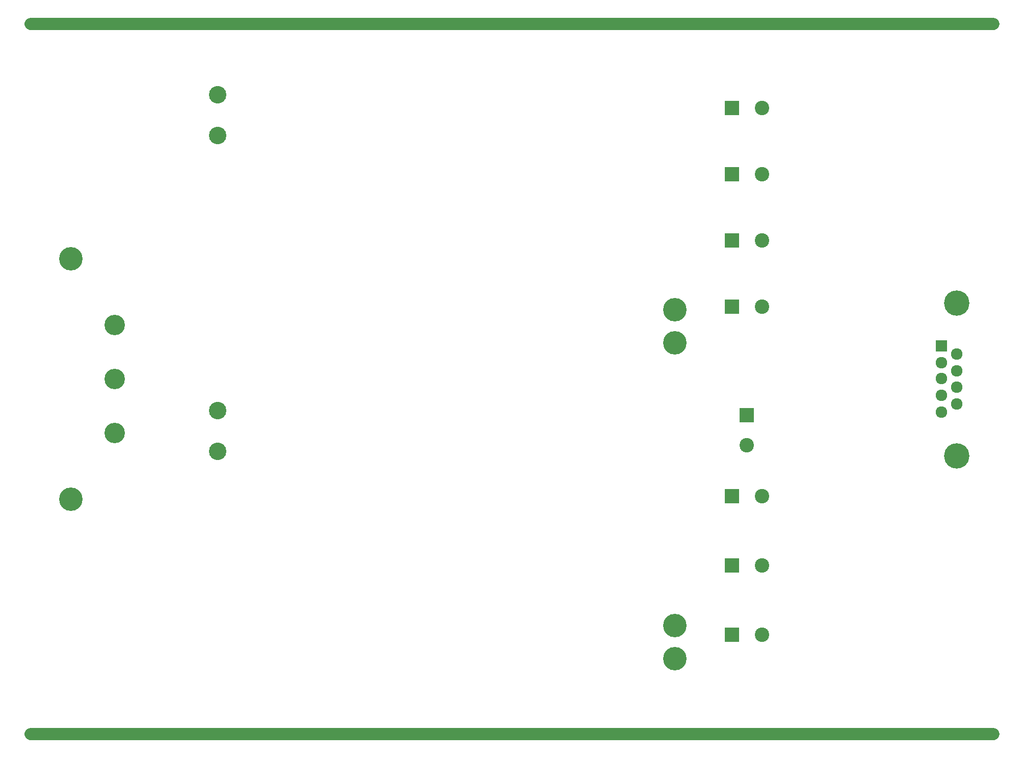
<source format=gts>
G04 #@! TF.FileFunction,Soldermask,Top*
%FSLAX46Y46*%
G04 Gerber Fmt 4.6, Leading zero omitted, Abs format (unit mm)*
G04 Created by KiCad (PCBNEW 4.0.7) date 08/06/18 18:31:33*
%MOMM*%
%LPD*%
G01*
G04 APERTURE LIST*
%ADD10C,0.150000*%
%ADD11C,2.000000*%
%ADD12C,3.900000*%
%ADD13C,2.900000*%
%ADD14R,2.400000X2.400000*%
%ADD15C,2.400000*%
%ADD16C,3.400000*%
%ADD17C,4.210000*%
%ADD18R,1.920000X1.920000*%
%ADD19C,1.920000*%
G04 APERTURE END LIST*
D10*
D11*
X161000000Y-1000000D02*
X1000000Y-1000000D01*
X161000000Y-119000000D02*
X1000000Y-119000000D01*
D12*
X108060000Y-54000000D03*
D13*
X32060000Y-12750000D03*
X32060000Y-19500000D03*
D12*
X108060000Y-48500000D03*
D14*
X117500000Y-102500000D03*
D15*
X122500000Y-102500000D03*
D14*
X117500000Y-48000000D03*
D15*
X122500000Y-48000000D03*
D14*
X117500000Y-91000000D03*
D15*
X122500000Y-91000000D03*
D14*
X117500000Y-37000000D03*
D15*
X122500000Y-37000000D03*
D14*
X117500000Y-79500000D03*
D15*
X122500000Y-79500000D03*
D14*
X117500000Y-26000000D03*
D15*
X122500000Y-26000000D03*
D14*
X120000000Y-66000000D03*
D15*
X120000000Y-71000000D03*
D14*
X117500000Y-15000000D03*
D15*
X122500000Y-15000000D03*
D12*
X108060000Y-106500000D03*
D13*
X32060000Y-65250000D03*
X32060000Y-72000000D03*
D12*
X108060000Y-101000000D03*
X7700000Y-40000000D03*
D16*
X15000000Y-69000000D03*
X15000000Y-51000000D03*
X15000000Y-60000000D03*
D12*
X7700000Y-80000000D03*
D17*
X154840000Y-72790000D03*
X154840000Y-47390000D03*
D18*
X152300000Y-54500000D03*
D19*
X152300000Y-57290000D03*
X152300000Y-59960000D03*
X152300000Y-62760000D03*
X152300000Y-65550000D03*
X154840000Y-55900000D03*
X154840000Y-58690000D03*
X154840000Y-61360000D03*
X154840000Y-64150000D03*
M02*

</source>
